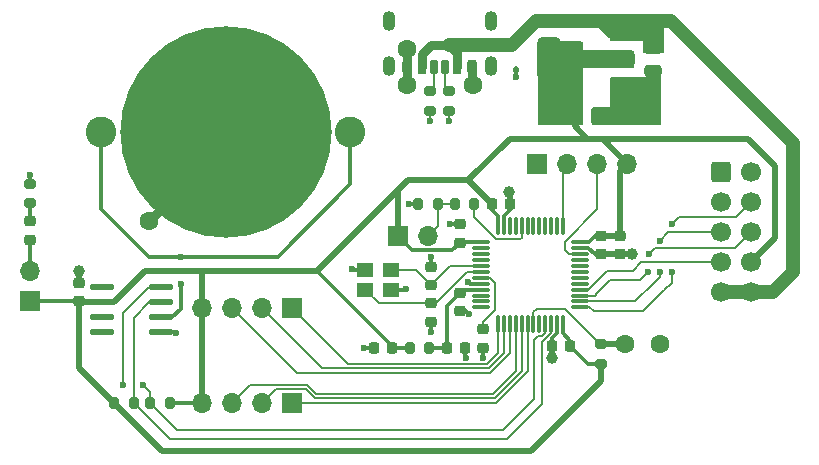
<source format=gbr>
%TF.GenerationSoftware,KiCad,Pcbnew,8.0.3*%
%TF.CreationDate,2024-07-12T13:43:30+12:00*%
%TF.ProjectId,microcontroller,6d696372-6f63-46f6-9e74-726f6c6c6572,0.1.5*%
%TF.SameCoordinates,Original*%
%TF.FileFunction,Copper,L1,Top*%
%TF.FilePolarity,Positive*%
%FSLAX46Y46*%
G04 Gerber Fmt 4.6, Leading zero omitted, Abs format (unit mm)*
G04 Created by KiCad (PCBNEW 8.0.3) date 2024-07-12 13:43:30*
%MOMM*%
%LPD*%
G01*
G04 APERTURE LIST*
G04 Aperture macros list*
%AMRoundRect*
0 Rectangle with rounded corners*
0 $1 Rounding radius*
0 $2 $3 $4 $5 $6 $7 $8 $9 X,Y pos of 4 corners*
0 Add a 4 corners polygon primitive as box body*
4,1,4,$2,$3,$4,$5,$6,$7,$8,$9,$2,$3,0*
0 Add four circle primitives for the rounded corners*
1,1,$1+$1,$2,$3*
1,1,$1+$1,$4,$5*
1,1,$1+$1,$6,$7*
1,1,$1+$1,$8,$9*
0 Add four rect primitives between the rounded corners*
20,1,$1+$1,$2,$3,$4,$5,0*
20,1,$1+$1,$4,$5,$6,$7,0*
20,1,$1+$1,$6,$7,$8,$9,0*
20,1,$1+$1,$8,$9,$2,$3,0*%
G04 Aperture macros list end*
%TA.AperFunction,SMDPad,CuDef*%
%ADD10RoundRect,0.250000X-0.475000X0.250000X-0.475000X-0.250000X0.475000X-0.250000X0.475000X0.250000X0*%
%TD*%
%TA.AperFunction,SMDPad,CuDef*%
%ADD11RoundRect,0.079500X-0.910500X-0.185500X0.910500X-0.185500X0.910500X0.185500X-0.910500X0.185500X0*%
%TD*%
%TA.AperFunction,SMDPad,CuDef*%
%ADD12RoundRect,0.175000X0.175000X0.425000X-0.175000X0.425000X-0.175000X-0.425000X0.175000X-0.425000X0*%
%TD*%
%TA.AperFunction,SMDPad,CuDef*%
%ADD13RoundRect,0.190000X-0.190000X-0.410000X0.190000X-0.410000X0.190000X0.410000X-0.190000X0.410000X0*%
%TD*%
%TA.AperFunction,SMDPad,CuDef*%
%ADD14RoundRect,0.200000X-0.200000X-0.400000X0.200000X-0.400000X0.200000X0.400000X-0.200000X0.400000X0*%
%TD*%
%TA.AperFunction,SMDPad,CuDef*%
%ADD15RoundRect,0.175000X-0.175000X-0.425000X0.175000X-0.425000X0.175000X0.425000X-0.175000X0.425000X0*%
%TD*%
%TA.AperFunction,SMDPad,CuDef*%
%ADD16RoundRect,0.190000X0.190000X0.410000X-0.190000X0.410000X-0.190000X-0.410000X0.190000X-0.410000X0*%
%TD*%
%TA.AperFunction,SMDPad,CuDef*%
%ADD17RoundRect,0.200000X0.200000X0.400000X-0.200000X0.400000X-0.200000X-0.400000X0.200000X-0.400000X0*%
%TD*%
%TA.AperFunction,ComponentPad*%
%ADD18O,1.100000X1.700000*%
%TD*%
%TA.AperFunction,ComponentPad*%
%ADD19R,1.700000X1.700000*%
%TD*%
%TA.AperFunction,ComponentPad*%
%ADD20O,1.700000X1.700000*%
%TD*%
%TA.AperFunction,SMDPad,CuDef*%
%ADD21RoundRect,0.225000X0.250000X-0.225000X0.250000X0.225000X-0.250000X0.225000X-0.250000X-0.225000X0*%
%TD*%
%TA.AperFunction,SMDPad,CuDef*%
%ADD22RoundRect,0.200000X0.200000X0.275000X-0.200000X0.275000X-0.200000X-0.275000X0.200000X-0.275000X0*%
%TD*%
%TA.AperFunction,SMDPad,CuDef*%
%ADD23RoundRect,0.112500X-0.112500X0.187500X-0.112500X-0.187500X0.112500X-0.187500X0.112500X0.187500X0*%
%TD*%
%TA.AperFunction,SMDPad,CuDef*%
%ADD24RoundRect,0.218750X-0.256250X0.218750X-0.256250X-0.218750X0.256250X-0.218750X0.256250X0.218750X0*%
%TD*%
%TA.AperFunction,SMDPad,CuDef*%
%ADD25RoundRect,0.250000X-0.250000X-0.475000X0.250000X-0.475000X0.250000X0.475000X-0.250000X0.475000X0*%
%TD*%
%TA.AperFunction,SMDPad,CuDef*%
%ADD26RoundRect,0.200000X-0.200000X-0.275000X0.200000X-0.275000X0.200000X0.275000X-0.200000X0.275000X0*%
%TD*%
%TA.AperFunction,SMDPad,CuDef*%
%ADD27RoundRect,0.225000X-0.250000X0.225000X-0.250000X-0.225000X0.250000X-0.225000X0.250000X0.225000X0*%
%TD*%
%TA.AperFunction,SMDPad,CuDef*%
%ADD28RoundRect,0.200000X0.275000X-0.200000X0.275000X0.200000X-0.275000X0.200000X-0.275000X-0.200000X0*%
%TD*%
%TA.AperFunction,ComponentPad*%
%ADD29C,2.600000*%
%TD*%
%TA.AperFunction,SMDPad,CuDef*%
%ADD30C,17.900000*%
%TD*%
%TA.AperFunction,ComponentPad*%
%ADD31RoundRect,0.250000X-0.600000X-0.600000X0.600000X-0.600000X0.600000X0.600000X-0.600000X0.600000X0*%
%TD*%
%TA.AperFunction,ComponentPad*%
%ADD32C,1.700000*%
%TD*%
%TA.AperFunction,SMDPad,CuDef*%
%ADD33RoundRect,0.225000X-0.225000X-0.250000X0.225000X-0.250000X0.225000X0.250000X-0.225000X0.250000X0*%
%TD*%
%TA.AperFunction,ComponentPad*%
%ADD34C,1.600000*%
%TD*%
%TA.AperFunction,SMDPad,CuDef*%
%ADD35RoundRect,0.375000X0.625000X0.375000X-0.625000X0.375000X-0.625000X-0.375000X0.625000X-0.375000X0*%
%TD*%
%TA.AperFunction,SMDPad,CuDef*%
%ADD36RoundRect,0.500000X0.500000X1.400000X-0.500000X1.400000X-0.500000X-1.400000X0.500000X-1.400000X0*%
%TD*%
%TA.AperFunction,SMDPad,CuDef*%
%ADD37RoundRect,0.225000X0.225000X0.250000X-0.225000X0.250000X-0.225000X-0.250000X0.225000X-0.250000X0*%
%TD*%
%TA.AperFunction,SMDPad,CuDef*%
%ADD38RoundRect,0.075000X-0.662500X-0.075000X0.662500X-0.075000X0.662500X0.075000X-0.662500X0.075000X0*%
%TD*%
%TA.AperFunction,SMDPad,CuDef*%
%ADD39RoundRect,0.075000X-0.075000X-0.662500X0.075000X-0.662500X0.075000X0.662500X-0.075000X0.662500X0*%
%TD*%
%TA.AperFunction,SMDPad,CuDef*%
%ADD40R,1.400000X1.200000*%
%TD*%
%TA.AperFunction,ViaPad*%
%ADD41C,0.600000*%
%TD*%
%TA.AperFunction,ViaPad*%
%ADD42C,1.600000*%
%TD*%
%TA.AperFunction,ViaPad*%
%ADD43C,1.000000*%
%TD*%
%TA.AperFunction,Conductor*%
%ADD44C,0.130000*%
%TD*%
%TA.AperFunction,Conductor*%
%ADD45C,0.300000*%
%TD*%
%TA.AperFunction,Conductor*%
%ADD46C,0.500000*%
%TD*%
%TA.AperFunction,Conductor*%
%ADD47C,0.800000*%
%TD*%
%TA.AperFunction,Conductor*%
%ADD48C,1.200000*%
%TD*%
G04 APERTURE END LIST*
D10*
%TO.P,C9,1*%
%TO.N,VBUS*%
X172700000Y-69912000D03*
%TO.P,C9,2*%
%TO.N,GND*%
X172700000Y-71812000D03*
%TD*%
D11*
%TO.P,U3,1,32KHZ*%
%TO.N,unconnected-(U3-32KHZ-Pad1)*%
X126059000Y-90170000D03*
%TO.P,U3,2,VCC*%
%TO.N,+3V3*%
X126059000Y-91440000D03*
%TO.P,U3,3,~{INT}/SQW*%
%TO.N,unconnected-(U3-~{INT}{slash}SQW-Pad3)*%
X126059000Y-92710000D03*
%TO.P,U3,4,~{RST}*%
%TO.N,unconnected-(U3-~{RST}-Pad4)*%
X126059000Y-93980000D03*
%TO.P,U3,5,GND*%
%TO.N,GND*%
X130989000Y-93980000D03*
%TO.P,U3,6,VBAT*%
%TO.N,+BATT*%
X130989000Y-92710000D03*
%TO.P,U3,7,SDA*%
%TO.N,SDA*%
X130989000Y-91440000D03*
%TO.P,U3,8,SCL*%
%TO.N,SCL*%
X130989000Y-90170000D03*
%TD*%
D12*
%TO.P,J1,A5,CC1*%
%TO.N,Net-(J1-CC1)*%
X155100000Y-71520000D03*
D13*
%TO.P,J1,A9,VBUS*%
%TO.N,VBUS*%
X153080000Y-71520000D03*
D14*
%TO.P,J1,A12,GND*%
%TO.N,GND*%
X151850000Y-71520000D03*
D15*
%TO.P,J1,B5,CC2*%
%TO.N,Net-(J1-CC2)*%
X154100000Y-71520000D03*
D16*
%TO.P,J1,B9,VBUS*%
%TO.N,VBUS*%
X156120000Y-71520000D03*
D17*
%TO.P,J1,B12,GND*%
%TO.N,GND*%
X157350000Y-71520000D03*
D18*
%TO.P,J1,S1,SHIELD*%
%TO.N,unconnected-(J1-SHIELD-PadS1)*%
X158920000Y-71440000D03*
%TO.N,unconnected-(J1-SHIELD-PadS1)_1*%
X158920000Y-67640000D03*
%TO.N,unconnected-(J1-SHIELD-PadS1)_2*%
X150280000Y-71440000D03*
%TO.N,unconnected-(J1-SHIELD-PadS1)_0*%
X150280000Y-67640000D03*
%TD*%
D19*
%TO.P,J3,1,Pin_1*%
%TO.N,TOGGLE_SW_1*%
X142113000Y-99949000D03*
D20*
%TO.P,J3,2,Pin_2*%
%TO.N,TOGGLE_SW_2*%
X139573000Y-99949000D03*
%TO.P,J3,3,Pin_3*%
%TO.N,TOGGLE_SW_3*%
X137033000Y-99949000D03*
%TO.P,J3,4,Pin_4*%
%TO.N,+3V3*%
X134493000Y-99949000D03*
%TD*%
D21*
%TO.P,C12,1*%
%TO.N,HSE_IN*%
X153900000Y-89975000D03*
%TO.P,C12,2*%
%TO.N,GND*%
X153900000Y-88425000D03*
%TD*%
D22*
%TO.P,R2,1*%
%TO.N,/BOOT0*%
X157525000Y-83100000D03*
%TO.P,R2,2*%
%TO.N,/JMP_BOOT0*%
X155875000Y-83100000D03*
%TD*%
D23*
%TO.P,D2,1,K*%
%TO.N,VBUS*%
X161036000Y-69689000D03*
%TO.P,D2,2,A*%
%TO.N,GND*%
X161036000Y-71789000D03*
%TD*%
D19*
%TO.P,J2,1,Pin_1*%
%TO.N,GND*%
X162860000Y-79700000D03*
D20*
%TO.P,J2,2,Pin_2*%
%TO.N,/SWCLK*%
X165400000Y-79700000D03*
%TO.P,J2,3,Pin_3*%
%TO.N,/SWDIO*%
X167940000Y-79700000D03*
%TO.P,J2,4,Pin_4*%
%TO.N,+3V3*%
X170480000Y-79700000D03*
%TD*%
D24*
%TO.P,D1,1,K*%
%TO.N,/PWR_LED_K*%
X119888000Y-84556500D03*
%TO.P,D1,2,A*%
%TO.N,/PWR_LED_A*%
X119888000Y-86131500D03*
%TD*%
D25*
%TO.P,C10,1*%
%TO.N,+3V3*%
X166035000Y-75688000D03*
%TO.P,C10,2*%
%TO.N,GND*%
X167935000Y-75688000D03*
%TD*%
D26*
%TO.P,R6,1*%
%TO.N,SCL*%
X130112000Y-99949000D03*
%TO.P,R6,2*%
%TO.N,+3V3*%
X131762000Y-99949000D03*
%TD*%
D19*
%TO.P,JP1,1,A*%
%TO.N,+3V3*%
X119888000Y-91318000D03*
D20*
%TO.P,JP1,2,B*%
%TO.N,/PWR_LED_A*%
X119888000Y-88778000D03*
%TD*%
D19*
%TO.P,J4,1,Pin_1*%
%TO.N,MECH_SW_1*%
X142113000Y-91949000D03*
D20*
%TO.P,J4,2,Pin_2*%
%TO.N,MECH_SW_2*%
X139573000Y-91949000D03*
%TO.P,J4,3,Pin_3*%
%TO.N,MECH_SW_3*%
X137033000Y-91949000D03*
%TO.P,J4,4,Pin_4*%
%TO.N,+3V3*%
X134493000Y-91949000D03*
%TD*%
D27*
%TO.P,C5,1*%
%TO.N,+3V3*%
X168300000Y-85825000D03*
%TO.P,C5,2*%
%TO.N,GND*%
X168300000Y-87375000D03*
%TD*%
D28*
%TO.P,R3,1*%
%TO.N,GND*%
X153800000Y-75225000D03*
%TO.P,R3,2*%
%TO.N,Net-(J1-CC2)*%
X153800000Y-73575000D03*
%TD*%
D29*
%TO.P,BT1,1,+*%
%TO.N,+BATT*%
X125950000Y-77000000D03*
X147050000Y-77000000D03*
D30*
%TO.P,BT1,2,-*%
%TO.N,GND*%
X136500000Y-77000000D03*
%TD*%
D27*
%TO.P,C6,1*%
%TO.N,+3.3VA*%
X156300000Y-90625000D03*
%TO.P,C6,2*%
%TO.N,GND*%
X156300000Y-92175000D03*
%TD*%
%TO.P,C1,1*%
%TO.N,+3V3*%
X169900000Y-85825000D03*
%TO.P,C1,2*%
%TO.N,GND*%
X169900000Y-87375000D03*
%TD*%
D31*
%TO.P,J5,1,Pin_1*%
%TO.N,GND*%
X178435000Y-80420000D03*
D32*
%TO.P,J5,2,Pin_2*%
X180975000Y-80420000D03*
%TO.P,J5,3,Pin_3*%
X178435000Y-82960000D03*
%TO.P,J5,4,Pin_4*%
%TO.N,LATCH*%
X180975000Y-82960000D03*
%TO.P,J5,5,Pin_5*%
%TO.N,CLK*%
X178435000Y-85500000D03*
%TO.P,J5,6,Pin_6*%
%TO.N,OE*%
X180975000Y-85500000D03*
%TO.P,J5,7,Pin_7*%
%TO.N,SER*%
X178435000Y-88040000D03*
%TO.P,J5,8,Pin_8*%
%TO.N,+3V3*%
X180975000Y-88040000D03*
%TO.P,J5,9,Pin_9*%
%TO.N,VBUS*%
X178435000Y-90580000D03*
%TO.P,J5,10,Pin_10*%
X180975000Y-90580000D03*
%TD*%
D21*
%TO.P,C14,1*%
%TO.N,+3V3*%
X124079000Y-91326000D03*
%TO.P,C14,2*%
%TO.N,GND*%
X124079000Y-89776000D03*
%TD*%
D22*
%TO.P,FB1,1*%
%TO.N,+3.3VA*%
X153725000Y-95300000D03*
%TO.P,FB1,2*%
%TO.N,+3V3*%
X152075000Y-95300000D03*
%TD*%
D21*
%TO.P,C4,1*%
%TO.N,+3V3*%
X156300000Y-86375000D03*
%TO.P,C4,2*%
%TO.N,GND*%
X156300000Y-84825000D03*
%TD*%
D33*
%TO.P,C7,1*%
%TO.N,+3.3VA*%
X155225000Y-95300000D03*
%TO.P,C7,2*%
%TO.N,GND*%
X156775000Y-95300000D03*
%TD*%
D34*
%TO.P,R9,1*%
%TO.N,LDR*%
X170280000Y-94975000D03*
%TO.P,R9,2*%
%TO.N,GND*%
X173280000Y-94975000D03*
%TD*%
D22*
%TO.P,R7,1*%
%TO.N,SDA*%
X128714000Y-99949000D03*
%TO.P,R7,2*%
%TO.N,+3V3*%
X127064000Y-99949000D03*
%TD*%
D19*
%TO.P,JP2,1,A*%
%TO.N,+3V3*%
X151060000Y-85800000D03*
D20*
%TO.P,JP2,2,B*%
%TO.N,/JMP_BOOT0*%
X153600000Y-85800000D03*
%TD*%
D35*
%TO.P,U1,1,GND*%
%TO.N,GND*%
X170135000Y-73162000D03*
%TO.P,U1,2,VO*%
%TO.N,+3V3*%
X170135000Y-70862000D03*
D36*
X163835000Y-70862000D03*
D35*
%TO.P,U1,3,VI*%
%TO.N,VBUS*%
X170135000Y-68562000D03*
%TD*%
D37*
%TO.P,C2,1*%
%TO.N,+3V3*%
X165675000Y-95100000D03*
%TO.P,C2,2*%
%TO.N,GND*%
X164125000Y-95100000D03*
%TD*%
D26*
%TO.P,R5,1*%
%TO.N,GND*%
X152800000Y-83100000D03*
%TO.P,R5,2*%
%TO.N,/JMP_BOOT0*%
X154450000Y-83100000D03*
%TD*%
D33*
%TO.P,C3,1*%
%TO.N,+3V3*%
X159025000Y-83100000D03*
%TO.P,C3,2*%
%TO.N,GND*%
X160575000Y-83100000D03*
%TD*%
D38*
%TO.P,U2,1,VBAT*%
%TO.N,+3V3*%
X158137500Y-86350000D03*
%TO.P,U2,2,PC13*%
%TO.N,unconnected-(U2-PC13-Pad2)*%
X158137500Y-86850000D03*
%TO.P,U2,3,PC14*%
%TO.N,unconnected-(U2-PC14-Pad3)*%
X158137500Y-87350000D03*
%TO.P,U2,4,PC15*%
%TO.N,unconnected-(U2-PC15-Pad4)*%
X158137500Y-87850000D03*
%TO.P,U2,5,PD0*%
%TO.N,HSE_IN*%
X158137500Y-88350000D03*
%TO.P,U2,6,PD1*%
%TO.N,HSE_OUT*%
X158137500Y-88850000D03*
%TO.P,U2,7,NRST*%
%TO.N,/NRST*%
X158137500Y-89350000D03*
%TO.P,U2,8,VSSA*%
%TO.N,GND*%
X158137500Y-89850000D03*
%TO.P,U2,9,VDDA*%
%TO.N,+3.3VA*%
X158137500Y-90350000D03*
%TO.P,U2,10,PA0*%
%TO.N,unconnected-(U2-PA0-Pad10)*%
X158137500Y-90850000D03*
%TO.P,U2,11,PA1*%
%TO.N,USB_CC2*%
X158137500Y-91350000D03*
%TO.P,U2,12,PA2*%
%TO.N,USB_CC1*%
X158137500Y-91850000D03*
D39*
%TO.P,U2,13,PA3*%
%TO.N,MECH_SW_1*%
X159550000Y-93262500D03*
%TO.P,U2,14,PA4*%
%TO.N,MECH_SW_2*%
X160050000Y-93262500D03*
%TO.P,U2,15,PA5*%
%TO.N,MECH_SW_3*%
X160550000Y-93262500D03*
%TO.P,U2,16,PA6*%
%TO.N,TOGGLE_SW_3*%
X161050000Y-93262500D03*
%TO.P,U2,17,PA7*%
%TO.N,TOGGLE_SW_2*%
X161550000Y-93262500D03*
%TO.P,U2,18,PB0*%
%TO.N,TOGGLE_SW_1*%
X162050000Y-93262500D03*
%TO.P,U2,19,PB1*%
%TO.N,LDR*%
X162550000Y-93262500D03*
%TO.P,U2,20,PB2*%
%TO.N,unconnected-(U2-PB2-Pad20)*%
X163050000Y-93262500D03*
%TO.P,U2,21,PB10*%
%TO.N,SCL*%
X163550000Y-93262500D03*
%TO.P,U2,22,PB11*%
%TO.N,SDA*%
X164050000Y-93262500D03*
%TO.P,U2,23,VSS*%
%TO.N,GND*%
X164550000Y-93262500D03*
%TO.P,U2,24,VDD*%
%TO.N,+3V3*%
X165050000Y-93262500D03*
D38*
%TO.P,U2,25,PB12*%
%TO.N,LATCH*%
X166462500Y-91850000D03*
%TO.P,U2,26,PB13*%
%TO.N,CLK*%
X166462500Y-91350000D03*
%TO.P,U2,27,PB14*%
%TO.N,OE*%
X166462500Y-90850000D03*
%TO.P,U2,28,PB15*%
%TO.N,SER*%
X166462500Y-90350000D03*
%TO.P,U2,29,PA8*%
%TO.N,unconnected-(U2-PA8-Pad29)*%
X166462500Y-89850000D03*
%TO.P,U2,30,PA9*%
%TO.N,unconnected-(U2-PA9-Pad30)*%
X166462500Y-89350000D03*
%TO.P,U2,31,PA10*%
%TO.N,unconnected-(U2-PA10-Pad31)*%
X166462500Y-88850000D03*
%TO.P,U2,32,PA11*%
%TO.N,unconnected-(U2-PA11-Pad32)*%
X166462500Y-88350000D03*
%TO.P,U2,33,PA12*%
%TO.N,unconnected-(U2-PA12-Pad33)*%
X166462500Y-87850000D03*
%TO.P,U2,34,PA13*%
%TO.N,/SWDIO*%
X166462500Y-87350000D03*
%TO.P,U2,35,VSS*%
%TO.N,GND*%
X166462500Y-86850000D03*
%TO.P,U2,36,VDD*%
%TO.N,+3V3*%
X166462500Y-86350000D03*
D39*
%TO.P,U2,37,PA14*%
%TO.N,/SWCLK*%
X165050000Y-84937500D03*
%TO.P,U2,38,PA15*%
%TO.N,unconnected-(U2-PA15-Pad38)*%
X164550000Y-84937500D03*
%TO.P,U2,39,PB3*%
%TO.N,unconnected-(U2-PB3-Pad39)*%
X164050000Y-84937500D03*
%TO.P,U2,40,PB4*%
%TO.N,unconnected-(U2-PB4-Pad40)*%
X163550000Y-84937500D03*
%TO.P,U2,41,PB5*%
%TO.N,unconnected-(U2-PB5-Pad41)*%
X163050000Y-84937500D03*
%TO.P,U2,42,PB6*%
%TO.N,unconnected-(U2-PB6-Pad42)*%
X162550000Y-84937500D03*
%TO.P,U2,43,PB7*%
%TO.N,unconnected-(U2-PB7-Pad43)*%
X162050000Y-84937500D03*
%TO.P,U2,44,BOOT0*%
%TO.N,/BOOT0*%
X161550000Y-84937500D03*
%TO.P,U2,45,PB8*%
%TO.N,unconnected-(U2-PB8-Pad45)*%
X161050000Y-84937500D03*
%TO.P,U2,46,PB9*%
%TO.N,unconnected-(U2-PB9-Pad46)*%
X160550000Y-84937500D03*
%TO.P,U2,47,VSS*%
%TO.N,GND*%
X160050000Y-84937500D03*
%TO.P,U2,48,VDD*%
%TO.N,+3V3*%
X159550000Y-84937500D03*
%TD*%
D28*
%TO.P,R8,1*%
%TO.N,+3V3*%
X168240000Y-96620000D03*
%TO.P,R8,2*%
%TO.N,LDR*%
X168240000Y-94970000D03*
%TD*%
%TO.P,R1,1*%
%TO.N,/PWR_LED_K*%
X119888000Y-83057000D03*
%TO.P,R1,2*%
%TO.N,GND*%
X119888000Y-81407000D03*
%TD*%
D37*
%TO.P,C8,1*%
%TO.N,+3V3*%
X150575000Y-95300000D03*
%TO.P,C8,2*%
%TO.N,GND*%
X149025000Y-95300000D03*
%TD*%
D27*
%TO.P,C11,1*%
%TO.N,/NRST*%
X158300000Y-93725000D03*
%TO.P,C11,2*%
%TO.N,GND*%
X158300000Y-95275000D03*
%TD*%
%TO.P,C13,1*%
%TO.N,HSE_OUT*%
X153900000Y-91525000D03*
%TO.P,C13,2*%
%TO.N,GND*%
X153900000Y-93075000D03*
%TD*%
D40*
%TO.P,Y1,1,1*%
%TO.N,HSE_IN*%
X150500000Y-88650000D03*
%TO.P,Y1,2,2*%
%TO.N,GND*%
X148300000Y-88650000D03*
%TO.P,Y1,3,3*%
%TO.N,HSE_OUT*%
X148300000Y-90350000D03*
%TO.P,Y1,4,4*%
%TO.N,GND*%
X150500000Y-90350000D03*
%TD*%
D28*
%TO.P,R4,1*%
%TO.N,GND*%
X155400000Y-75225000D03*
%TO.P,R4,2*%
%TO.N,Net-(J1-CC1)*%
X155400000Y-73575000D03*
%TD*%
D41*
%TO.N,GND*%
X155400000Y-76100000D03*
X153800000Y-76100000D03*
D42*
X172065000Y-75434000D03*
D41*
X151800000Y-90300000D03*
X147200000Y-88600000D03*
X152000000Y-83100000D03*
X156800000Y-96100000D03*
X132300000Y-94000000D03*
D42*
X157394000Y-73012000D03*
D43*
X170900000Y-87300000D03*
D41*
X119888000Y-80645000D03*
D42*
X151806000Y-73012000D03*
D41*
X158300000Y-96100000D03*
D43*
X160500000Y-82100000D03*
D42*
X151806000Y-69964000D03*
D41*
X153900000Y-93900000D03*
X155500000Y-84800000D03*
X157000000Y-89700000D03*
D43*
X164100000Y-96100000D03*
D42*
X172065000Y-73402000D03*
D43*
X124079000Y-88773000D03*
D42*
X130000000Y-84500000D03*
D41*
X148200000Y-95300000D03*
X161036000Y-72390000D03*
X153900000Y-87600000D03*
D42*
X170033000Y-75434000D03*
D41*
X157100000Y-92400000D03*
%TO.N,+BATT*%
X132700000Y-89900000D03*
X132700000Y-87600000D03*
%TO.N,SCL*%
X127800000Y-98400000D03*
X129500000Y-98400000D03*
%TO.N,OE*%
X172212000Y-88900000D03*
X172339000Y-87376000D03*
%TO.N,CLK*%
X173228000Y-88900000D03*
X173228000Y-86233000D03*
%TO.N,LATCH*%
X174244000Y-84836000D03*
X174244000Y-88900000D03*
%TD*%
D44*
%TO.N,GND*%
X155400000Y-75225000D02*
X155400000Y-76100000D01*
X153800000Y-75225000D02*
X153800000Y-76100000D01*
%TO.N,Net-(J1-CC1)*%
X155100000Y-71520000D02*
X155100000Y-73275000D01*
X155100000Y-73275000D02*
X155400000Y-73575000D01*
%TO.N,Net-(J1-CC2)*%
X154100000Y-71520000D02*
X154100000Y-73275000D01*
X154100000Y-73275000D02*
X153800000Y-73575000D01*
%TO.N,/NRST*%
X158300000Y-93100000D02*
X159300000Y-92100000D01*
X158300000Y-93725000D02*
X158300000Y-93100000D01*
X159300000Y-92100000D02*
X159300000Y-89775001D01*
X159300000Y-89775001D02*
X158874999Y-89350000D01*
X158874999Y-89350000D02*
X158137500Y-89350000D01*
D45*
%TO.N,GND*%
X152800000Y-83100000D02*
X152000000Y-83100000D01*
D46*
X164125000Y-96075000D02*
X164100000Y-96100000D01*
X124079000Y-89776000D02*
X124079000Y-88773000D01*
D45*
X164550000Y-94050000D02*
X164125000Y-94475000D01*
X157150000Y-89850000D02*
X157000000Y-89700000D01*
X155525000Y-84825000D02*
X155500000Y-84800000D01*
D46*
X169900000Y-87375000D02*
X168300000Y-87375000D01*
D45*
X147250000Y-88650000D02*
X147200000Y-88600000D01*
D47*
X136500000Y-78000000D02*
X130000000Y-84500000D01*
D45*
X164550000Y-93262500D02*
X164550000Y-94050000D01*
D46*
X169900000Y-87375000D02*
X170825000Y-87375000D01*
X160575000Y-83100000D02*
X160575000Y-82175000D01*
D45*
X156775000Y-96075000D02*
X156800000Y-96100000D01*
X149025000Y-95300000D02*
X148200000Y-95300000D01*
X156775000Y-95300000D02*
X156775000Y-96075000D01*
X166462500Y-86850000D02*
X167199882Y-86850000D01*
D46*
X160575000Y-82175000D02*
X160500000Y-82100000D01*
D45*
X167199882Y-86850000D02*
X167724882Y-87375000D01*
X160050000Y-84937500D02*
X160050000Y-84150000D01*
D46*
X170825000Y-87375000D02*
X170900000Y-87300000D01*
D45*
X130989000Y-93980000D02*
X132280000Y-93980000D01*
X161036000Y-71789000D02*
X161036000Y-72390000D01*
X156875000Y-92175000D02*
X157100000Y-92400000D01*
X164125000Y-94475000D02*
X164125000Y-95100000D01*
D47*
X136500000Y-77000000D02*
X136500000Y-78000000D01*
D45*
X132280000Y-93980000D02*
X132300000Y-94000000D01*
D47*
X151850000Y-71520000D02*
X151850000Y-72968000D01*
D45*
X160050000Y-84150000D02*
X160575000Y-83625000D01*
X158300000Y-95275000D02*
X158300000Y-96100000D01*
D47*
X151850000Y-71520000D02*
X151850000Y-70008000D01*
D45*
X151750000Y-90350000D02*
X151800000Y-90300000D01*
X153900000Y-88425000D02*
X153900000Y-87600000D01*
X167724882Y-87375000D02*
X168300000Y-87375000D01*
X153900000Y-93075000D02*
X153900000Y-93900000D01*
X160575000Y-83625000D02*
X160575000Y-83100000D01*
D47*
X157350000Y-71520000D02*
X157350000Y-72968000D01*
D45*
X158137500Y-89850000D02*
X157150000Y-89850000D01*
D47*
X151850000Y-72968000D02*
X151806000Y-73012000D01*
D45*
X156300000Y-84825000D02*
X155525000Y-84825000D01*
D47*
X151850000Y-70008000D02*
X151806000Y-69964000D01*
D45*
X119888000Y-81407000D02*
X119888000Y-80645000D01*
D47*
X157350000Y-72968000D02*
X157394000Y-73012000D01*
D45*
X156300000Y-92175000D02*
X156875000Y-92175000D01*
X150500000Y-90350000D02*
X151750000Y-90350000D01*
X148300000Y-88650000D02*
X147250000Y-88650000D01*
D46*
X164125000Y-95100000D02*
X164125000Y-96075000D01*
D45*
%TO.N,+BATT*%
X125950000Y-83550000D02*
X130000000Y-87600000D01*
X130000000Y-87600000D02*
X132700000Y-87600000D01*
X130989000Y-92710000D02*
X131979000Y-92710000D01*
X125950000Y-77000000D02*
X125950000Y-83550000D01*
X140900000Y-87600000D02*
X132700000Y-87600000D01*
X147050000Y-77000000D02*
X147050000Y-81450000D01*
X131979000Y-92710000D02*
X132700000Y-91989000D01*
X147050000Y-81450000D02*
X140900000Y-87600000D01*
X132700000Y-91989000D02*
X132700000Y-89900000D01*
D46*
%TO.N,+3V3*%
X129667000Y-88773000D02*
X127000000Y-91440000D01*
X127000000Y-91440000D02*
X126059000Y-91440000D01*
D45*
X152112500Y-95300000D02*
X150575000Y-95300000D01*
D46*
X126059000Y-91440000D02*
X124193000Y-91440000D01*
D45*
X156300000Y-86375000D02*
X155675000Y-87000000D01*
X119888000Y-91318000D02*
X124071000Y-91318000D01*
D46*
X124193000Y-91440000D02*
X124079000Y-91326000D01*
X134493000Y-88773000D02*
X129667000Y-88773000D01*
D45*
X165050000Y-94050000D02*
X165675000Y-94675000D01*
D46*
X168400000Y-77600000D02*
X168400000Y-77620000D01*
X167116000Y-77600000D02*
X168400000Y-77600000D01*
D45*
X165050000Y-93262500D02*
X165050000Y-94050000D01*
D46*
X160528000Y-77597000D02*
X157025000Y-81100000D01*
X166035000Y-75688000D02*
X166035000Y-76519000D01*
D45*
X159550000Y-84937500D02*
X159550000Y-84150000D01*
D46*
X157025000Y-81100000D02*
X159025000Y-83100000D01*
D45*
X158137500Y-86350000D02*
X156325000Y-86350000D01*
X167775000Y-85825000D02*
X168300000Y-85825000D01*
X150575000Y-95300000D02*
X150575000Y-95121000D01*
X166462500Y-86350000D02*
X167250000Y-86350000D01*
D46*
X168400000Y-77600000D02*
X180724000Y-77600000D01*
D45*
X124071000Y-91318000D02*
X124079000Y-91326000D01*
X167195000Y-96620000D02*
X165675000Y-95100000D01*
D46*
X170480000Y-79700000D02*
X169900000Y-80280000D01*
X167116000Y-77600000D02*
X167113000Y-77597000D01*
D45*
X159025000Y-83625000D02*
X159025000Y-83100000D01*
D46*
X134493000Y-91949000D02*
X134493000Y-99949000D01*
X151900000Y-81100000D02*
X151060000Y-81940000D01*
D45*
X155675000Y-87000000D02*
X152260000Y-87000000D01*
D46*
X162306000Y-104013000D02*
X168240000Y-98079000D01*
X134493000Y-91949000D02*
X134493000Y-88773000D01*
D45*
X165675000Y-94675000D02*
X165675000Y-95100000D01*
D46*
X167113000Y-77597000D02*
X160528000Y-77597000D01*
D45*
X167250000Y-86350000D02*
X167775000Y-85825000D01*
D46*
X124079000Y-96964000D02*
X124079000Y-91326000D01*
X183007000Y-86008000D02*
X180975000Y-88040000D01*
X183007000Y-79883000D02*
X183007000Y-86008000D01*
X151900000Y-81100000D02*
X157025000Y-81100000D01*
X131128000Y-104013000D02*
X162306000Y-104013000D01*
X180724000Y-77600000D02*
X183007000Y-79883000D01*
X127064000Y-99949000D02*
X131128000Y-104013000D01*
D45*
X131762000Y-99949000D02*
X134493000Y-99949000D01*
X159550000Y-84150000D02*
X159025000Y-83625000D01*
X168240000Y-96620000D02*
X167195000Y-96620000D01*
X150575000Y-95121000D02*
X144227000Y-88773000D01*
X156325000Y-86350000D02*
X156300000Y-86375000D01*
X152260000Y-87000000D02*
X151060000Y-85800000D01*
D46*
X169900000Y-85825000D02*
X168300000Y-85825000D01*
X127064000Y-99949000D02*
X124079000Y-96964000D01*
X168400000Y-77620000D02*
X170480000Y-79700000D01*
X166035000Y-76519000D02*
X167116000Y-77600000D01*
X168240000Y-98079000D02*
X168240000Y-96620000D01*
X169900000Y-80280000D02*
X169900000Y-85825000D01*
X151060000Y-81940000D02*
X144227000Y-88773000D01*
X151060000Y-81940000D02*
X151060000Y-85800000D01*
X144227000Y-88773000D02*
X134493000Y-88773000D01*
D45*
%TO.N,+3.3VA*%
X155225000Y-95300000D02*
X155225000Y-91700000D01*
X155225000Y-91700000D02*
X156300000Y-90625000D01*
X158137500Y-90350000D02*
X156575000Y-90350000D01*
X156575000Y-90350000D02*
X156300000Y-90625000D01*
X153687500Y-95300000D02*
X155225000Y-95300000D01*
D48*
%TO.N,VBUS*%
X169193000Y-68562000D02*
X168231000Y-67600000D01*
D47*
X156120000Y-71520000D02*
X156120000Y-70320000D01*
X156120000Y-70320000D02*
X155400000Y-69600000D01*
D48*
X160731000Y-69600000D02*
X162731000Y-67600000D01*
X178435000Y-90580000D02*
X182851000Y-90580000D01*
D47*
X153080000Y-71520000D02*
X153080000Y-70420000D01*
X153900000Y-69600000D02*
X154400000Y-69600000D01*
D48*
X170135000Y-68562000D02*
X169193000Y-68562000D01*
D47*
X153080000Y-70420000D02*
X153900000Y-69600000D01*
D48*
X155400000Y-69600000D02*
X160731000Y-69600000D01*
X184531000Y-88900000D02*
X184531000Y-77900000D01*
X162731000Y-67600000D02*
X168231000Y-67600000D01*
X184531000Y-77900000D02*
X174231000Y-67600000D01*
X182851000Y-90580000D02*
X184531000Y-88900000D01*
D47*
X154400000Y-69600000D02*
X155400000Y-69600000D01*
D48*
X174231000Y-67600000D02*
X168231000Y-67600000D01*
D44*
%TO.N,HSE_IN*%
X150500000Y-88650000D02*
X152575000Y-88650000D01*
X153900000Y-89975000D02*
X155525000Y-88350000D01*
X153900000Y-89900000D02*
X153900000Y-89975000D01*
X152575000Y-88650000D02*
X153900000Y-89975000D01*
X155525000Y-88350000D02*
X158137500Y-88350000D01*
%TO.N,HSE_OUT*%
X158137500Y-88850000D02*
X156950000Y-88850000D01*
X149475000Y-91525000D02*
X148300000Y-90350000D01*
X156950000Y-88850000D02*
X154275000Y-91525000D01*
X153900000Y-91525000D02*
X149475000Y-91525000D01*
X154275000Y-91525000D02*
X153900000Y-91525000D01*
D45*
%TO.N,/PWR_LED_K*%
X119888000Y-84556500D02*
X119888000Y-83057000D01*
%TO.N,/PWR_LED_A*%
X119888000Y-88778000D02*
X119888000Y-86131500D01*
D44*
%TO.N,/SWCLK*%
X165050000Y-84937500D02*
X165050000Y-80050000D01*
X165050000Y-80050000D02*
X165400000Y-79700000D01*
%TO.N,/SWDIO*%
X165550000Y-87350000D02*
X165200000Y-87000000D01*
X165200000Y-87000000D02*
X165200000Y-86300000D01*
X165200000Y-86300000D02*
X167940000Y-83560000D01*
X166462500Y-87350000D02*
X165550000Y-87350000D01*
X167940000Y-83560000D02*
X167940000Y-79700000D01*
%TO.N,TOGGLE_SW_2*%
X140716000Y-98806000D02*
X143256000Y-98806000D01*
X144018000Y-99568000D02*
X159258000Y-99568000D01*
X161550000Y-97276000D02*
X161550000Y-93262500D01*
X159258000Y-99568000D02*
X161550000Y-97276000D01*
X143256000Y-98806000D02*
X144018000Y-99568000D01*
X139573000Y-99949000D02*
X140716000Y-98806000D01*
%TO.N,TOGGLE_SW_3*%
X161050000Y-97268000D02*
X161050000Y-93262500D01*
X137033000Y-99949000D02*
X138557000Y-98425000D01*
X159131000Y-99187000D02*
X161050000Y-97268000D01*
X144145000Y-99187000D02*
X159131000Y-99187000D01*
X138557000Y-98425000D02*
X143383000Y-98425000D01*
X143383000Y-98425000D02*
X144145000Y-99187000D01*
%TO.N,TOGGLE_SW_1*%
X162050000Y-97284000D02*
X162050000Y-93262500D01*
X159385000Y-99949000D02*
X162050000Y-97284000D01*
X142113000Y-99949000D02*
X159385000Y-99949000D01*
%TO.N,/JMP_BOOT0*%
X155875000Y-83100000D02*
X154450000Y-83100000D01*
X154450000Y-84950000D02*
X153600000Y-85800000D01*
X154450000Y-83100000D02*
X154450000Y-84950000D01*
%TO.N,MECH_SW_2*%
X139573000Y-91949000D02*
X144652000Y-97028000D01*
X160050000Y-95728000D02*
X160050000Y-93262500D01*
X144652000Y-97028000D02*
X158750000Y-97028000D01*
X158750000Y-97028000D02*
X160050000Y-95728000D01*
%TO.N,MECH_SW_1*%
X146811000Y-96647000D02*
X158623000Y-96647000D01*
X158623000Y-96647000D02*
X159550000Y-95720000D01*
X159550000Y-95720000D02*
X159550000Y-93262500D01*
X142113000Y-91949000D02*
X146811000Y-96647000D01*
%TO.N,MECH_SW_3*%
X158877000Y-97409000D02*
X160550000Y-95736000D01*
X137033000Y-91949000D02*
X142493000Y-97409000D01*
X142493000Y-97409000D02*
X158877000Y-97409000D01*
X160550000Y-95736000D02*
X160550000Y-93262500D01*
%TO.N,/BOOT0*%
X161550000Y-84937500D02*
X161550000Y-85950000D01*
X161400000Y-86100000D02*
X159400000Y-86100000D01*
X159400000Y-86100000D02*
X157525000Y-84225000D01*
X161550000Y-85950000D02*
X161400000Y-86100000D01*
X157525000Y-84225000D02*
X157525000Y-83100000D01*
%TO.N,SCL*%
X127800000Y-92369000D02*
X127800000Y-96700000D01*
X129500000Y-98400000D02*
X130112000Y-99012000D01*
X130112000Y-99012000D02*
X130112000Y-99949000D01*
X129999000Y-90170000D02*
X127800000Y-92369000D01*
X127800000Y-96700000D02*
X127800000Y-98400000D01*
X130989000Y-90170000D02*
X129999000Y-90170000D01*
X130112000Y-99949000D02*
X132398000Y-102235000D01*
X162600000Y-94600000D02*
X162900000Y-94300000D01*
X162600000Y-99600000D02*
X162600000Y-94600000D01*
X163249999Y-94300000D02*
X163550000Y-93999999D01*
X159965000Y-102235000D02*
X162600000Y-99600000D01*
X163550000Y-93999999D02*
X163550000Y-93262500D01*
X162900000Y-94300000D02*
X163249999Y-94300000D01*
X132398000Y-102235000D02*
X159965000Y-102235000D01*
%TO.N,SDA*%
X163300000Y-94816338D02*
X164050000Y-94066338D01*
X130989000Y-91440000D02*
X129999000Y-91440000D01*
X164050000Y-94066338D02*
X164050000Y-93262500D01*
X163300000Y-100000000D02*
X163300000Y-94816338D01*
X160303000Y-102997000D02*
X163300000Y-100000000D01*
X129999000Y-91440000D02*
X128714000Y-92725000D01*
X131762000Y-102997000D02*
X160303000Y-102997000D01*
X128714000Y-92725000D02*
X128714000Y-99949000D01*
X128714000Y-99949000D02*
X131762000Y-102997000D01*
%TO.N,SER*%
X167206000Y-90350000D02*
X168783000Y-88773000D01*
X166462500Y-90350000D02*
X167206000Y-90350000D01*
X170942000Y-88773000D02*
X171675000Y-88040000D01*
X168783000Y-88773000D02*
X170942000Y-88773000D01*
X171675000Y-88040000D02*
X178435000Y-88040000D01*
%TO.N,OE*%
X167894000Y-90678000D02*
X169037000Y-89535000D01*
X171577000Y-89535000D02*
X172212000Y-88900000D01*
X166462500Y-90850000D02*
X167722000Y-90850000D01*
X167722000Y-90850000D02*
X167894000Y-90678000D01*
X169037000Y-89535000D02*
X171577000Y-89535000D01*
X179607000Y-86868000D02*
X180975000Y-85500000D01*
X172847000Y-86868000D02*
X179607000Y-86868000D01*
X172339000Y-87376000D02*
X172847000Y-86868000D01*
%TO.N,CLK*%
X171159000Y-91350000D02*
X172720000Y-89789000D01*
X173228000Y-86233000D02*
X173961000Y-85500000D01*
X173228000Y-89281000D02*
X173228000Y-88900000D01*
X173961000Y-85500000D02*
X178435000Y-85500000D01*
X172720000Y-89789000D02*
X173228000Y-89281000D01*
X166462500Y-91350000D02*
X171159000Y-91350000D01*
%TO.N,LATCH*%
X174244000Y-89789000D02*
X174244000Y-88900000D01*
X167640000Y-92202000D02*
X171831000Y-92202000D01*
X167288000Y-91850000D02*
X167640000Y-92202000D01*
X174244000Y-84836000D02*
X174879000Y-84201000D01*
X174879000Y-84201000D02*
X179734000Y-84201000D01*
X179734000Y-84201000D02*
X180975000Y-82960000D01*
X173609000Y-90424000D02*
X174244000Y-89789000D01*
X171831000Y-92202000D02*
X173609000Y-90424000D01*
X166462500Y-91850000D02*
X167288000Y-91850000D01*
%TO.N,LDR*%
X165220000Y-92010000D02*
X168180000Y-94970000D01*
X168180000Y-94970000D02*
X168240000Y-94970000D01*
D46*
X170275000Y-94970000D02*
X170280000Y-94975000D01*
X168240000Y-94970000D02*
X170275000Y-94970000D01*
D44*
X162550000Y-92270000D02*
X162810000Y-92010000D01*
X162550000Y-93262500D02*
X162550000Y-92270000D01*
X162810000Y-92010000D02*
X165220000Y-92010000D01*
%TD*%
%TA.AperFunction,Conductor*%
%TO.N,GND*%
G36*
X173278039Y-71389685D02*
G01*
X173323794Y-71442489D01*
X173335000Y-71494000D01*
X173335000Y-76326000D01*
X173315315Y-76393039D01*
X173262511Y-76438794D01*
X173211000Y-76450000D01*
X167617000Y-76450000D01*
X167549961Y-76430315D01*
X167504206Y-76377511D01*
X167493000Y-76326000D01*
X167493000Y-75050000D01*
X167512685Y-74982961D01*
X167565489Y-74937206D01*
X167617000Y-74926000D01*
X169017000Y-74926000D01*
X169017000Y-72510000D01*
X169036685Y-72442961D01*
X169089489Y-72397206D01*
X169141000Y-72386000D01*
X172065000Y-72386000D01*
X172065000Y-71494000D01*
X172084685Y-71426961D01*
X172137489Y-71381206D01*
X172189000Y-71370000D01*
X173211000Y-71370000D01*
X173278039Y-71389685D01*
G37*
%TD.AperFunction*%
%TD*%
%TA.AperFunction,Conductor*%
%TO.N,+3V3*%
G36*
X166674039Y-69349685D02*
G01*
X166719794Y-69402489D01*
X166731000Y-69454000D01*
X166731000Y-70100000D01*
X170925000Y-70100000D01*
X170992039Y-70119685D01*
X171037794Y-70172489D01*
X171049000Y-70224000D01*
X171049000Y-71500000D01*
X171029315Y-71567039D01*
X170976511Y-71612794D01*
X170925000Y-71624000D01*
X166731000Y-71624000D01*
X166731000Y-76326000D01*
X166711315Y-76393039D01*
X166658511Y-76438794D01*
X166607000Y-76450000D01*
X163045000Y-76450000D01*
X162977961Y-76430315D01*
X162932206Y-76377511D01*
X162921000Y-76326000D01*
X162921000Y-69454000D01*
X162940685Y-69386961D01*
X162993489Y-69341206D01*
X163045000Y-69330000D01*
X166607000Y-69330000D01*
X166674039Y-69349685D01*
G37*
%TD.AperFunction*%
%TD*%
%TA.AperFunction,Conductor*%
%TO.N,VBUS*%
G36*
X173532039Y-67833685D02*
G01*
X173577794Y-67886489D01*
X173589000Y-67938000D01*
X173589000Y-70230000D01*
X173569315Y-70297039D01*
X173516511Y-70342794D01*
X173465000Y-70354000D01*
X171935000Y-70354000D01*
X171867961Y-70334315D01*
X171822206Y-70281511D01*
X171811000Y-70230000D01*
X171811000Y-69338000D01*
X169141000Y-69338000D01*
X169073961Y-69318315D01*
X169028206Y-69265511D01*
X169017000Y-69214000D01*
X169017000Y-67938000D01*
X169036685Y-67870961D01*
X169089489Y-67825206D01*
X169141000Y-67814000D01*
X173465000Y-67814000D01*
X173532039Y-67833685D01*
G37*
%TD.AperFunction*%
%TD*%
M02*

</source>
